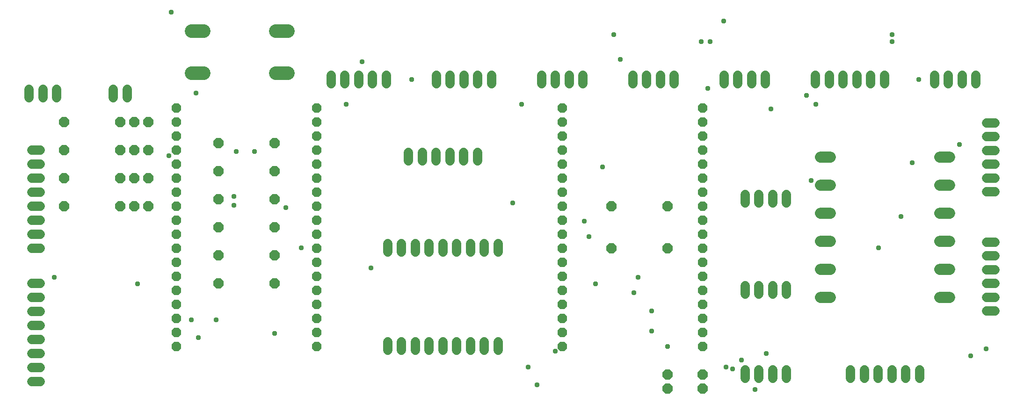
<source format=gbr>
G04 EAGLE Gerber RS-274X export*
G75*
%MOMM*%
%FSLAX34Y34*%
%LPD*%
%INSoldermask Bottom*%
%IPPOS*%
%AMOC8*
5,1,8,0,0,1.08239X$1,22.5*%
G01*
%ADD10C,2.451100*%
%ADD11C,1.727200*%
%ADD12P,1.852186X8X22.500000*%
%ADD13C,1.993900*%
%ADD14P,2.034460X8X22.500000*%
%ADD15P,2.034460X8X202.500000*%
%ADD16P,2.034460X8X112.500000*%
%ADD17C,0.959600*%


D10*
X531940Y673100D02*
X509461Y673100D01*
X379540Y673100D02*
X357061Y673100D01*
X509461Y596900D02*
X531940Y596900D01*
X379540Y596900D02*
X357061Y596900D01*
D11*
X83820Y304800D02*
X68580Y304800D01*
X68580Y330200D02*
X83820Y330200D01*
X83820Y355600D02*
X68580Y355600D01*
X68580Y381000D02*
X83820Y381000D01*
X83820Y406400D02*
X68580Y406400D01*
X68580Y431800D02*
X83820Y431800D01*
X83820Y457200D02*
X68580Y457200D01*
X68580Y279400D02*
X83820Y279400D01*
X83820Y63500D02*
X68580Y63500D01*
X68580Y88900D02*
X83820Y88900D01*
X83820Y114300D02*
X68580Y114300D01*
X68580Y139700D02*
X83820Y139700D01*
X83820Y165100D02*
X68580Y165100D01*
X68580Y190500D02*
X83820Y190500D01*
X83820Y215900D02*
X68580Y215900D01*
X68580Y38100D02*
X83820Y38100D01*
X216100Y552180D02*
X216100Y567420D01*
X241100Y567420D02*
X241100Y552180D01*
X737800Y110220D02*
X737800Y94980D01*
X762800Y94980D02*
X762800Y110220D01*
X862800Y110220D02*
X862800Y94980D01*
X787800Y94980D02*
X787800Y110220D01*
X812800Y110220D02*
X812800Y94980D01*
X837800Y94980D02*
X837800Y110220D01*
X887800Y110220D02*
X887800Y94980D01*
X912800Y94980D02*
X912800Y110220D01*
X712800Y110220D02*
X712800Y94980D01*
X737800Y272780D02*
X737800Y288020D01*
X762800Y288020D02*
X762800Y272780D01*
X862800Y272780D02*
X862800Y288020D01*
X787800Y288020D02*
X787800Y272780D01*
X812800Y272780D02*
X812800Y288020D01*
X837800Y288020D02*
X837800Y272780D01*
X887800Y272780D02*
X887800Y288020D01*
X912800Y288020D02*
X912800Y272780D01*
X712800Y272780D02*
X712800Y288020D01*
X63900Y552180D02*
X63900Y567420D01*
X88900Y567420D02*
X88900Y552180D01*
X113900Y552180D02*
X113900Y567420D01*
D12*
X330200Y533400D03*
X330200Y508000D03*
X330200Y482600D03*
X330200Y457200D03*
X330200Y431800D03*
X330200Y406400D03*
X330200Y381000D03*
X330200Y355600D03*
X330200Y330200D03*
X330200Y304800D03*
X330200Y279400D03*
X330200Y254000D03*
X330200Y228600D03*
X330200Y203200D03*
X330200Y177800D03*
X330200Y152400D03*
X330200Y127000D03*
X330200Y101600D03*
X584200Y101600D03*
X584200Y127000D03*
X584200Y152400D03*
X584200Y177800D03*
X584200Y203200D03*
X584200Y228600D03*
X584200Y254000D03*
X584200Y279400D03*
X584200Y304800D03*
X584200Y330200D03*
X584200Y355600D03*
X584200Y381000D03*
X584200Y406400D03*
X584200Y431800D03*
X584200Y457200D03*
X584200Y482600D03*
X584200Y508000D03*
X584200Y533400D03*
X1028700Y533400D03*
X1028700Y508000D03*
X1028700Y482600D03*
X1028700Y457200D03*
X1028700Y431800D03*
X1028700Y406400D03*
X1028700Y381000D03*
X1028700Y355600D03*
X1028700Y330200D03*
X1028700Y304800D03*
X1028700Y279400D03*
X1028700Y254000D03*
X1028700Y228600D03*
X1028700Y203200D03*
X1028700Y177800D03*
X1028700Y152400D03*
X1028700Y127000D03*
X1028700Y101600D03*
X1282700Y101600D03*
X1282700Y127000D03*
X1282700Y152400D03*
X1282700Y177800D03*
X1282700Y203200D03*
X1282700Y228600D03*
X1282700Y254000D03*
X1282700Y279400D03*
X1282700Y304800D03*
X1282700Y330200D03*
X1282700Y355600D03*
X1282700Y381000D03*
X1282700Y406400D03*
X1282700Y431800D03*
X1282700Y457200D03*
X1282700Y482600D03*
X1282700Y508000D03*
X1282700Y533400D03*
D13*
X1711897Y190500D02*
X1729804Y190500D01*
X1729804Y241300D02*
X1711897Y241300D01*
X1711897Y292100D02*
X1729804Y292100D01*
X1729804Y342900D02*
X1711897Y342900D01*
X1711897Y393700D02*
X1729804Y393700D01*
X1729804Y444500D02*
X1711897Y444500D01*
X1513904Y444500D02*
X1495997Y444500D01*
X1495997Y393700D02*
X1513904Y393700D01*
X1513904Y342900D02*
X1495997Y342900D01*
X1495997Y292100D02*
X1513904Y292100D01*
X1513904Y241300D02*
X1495997Y241300D01*
X1495997Y190500D02*
X1513904Y190500D01*
D11*
X825300Y437880D02*
X825300Y453120D01*
X750300Y453120D02*
X750300Y437880D01*
X775300Y437880D02*
X775300Y453120D01*
X800300Y453120D02*
X800300Y437880D01*
X850300Y437880D02*
X850300Y453120D01*
X875300Y453120D02*
X875300Y437880D01*
D14*
X406400Y469900D03*
X508000Y469900D03*
D15*
X508000Y419100D03*
X406400Y419100D03*
D14*
X406400Y368300D03*
X508000Y368300D03*
X406400Y317500D03*
X508000Y317500D03*
D15*
X508000Y266700D03*
X406400Y266700D03*
D14*
X406400Y215900D03*
X508000Y215900D03*
D11*
X660400Y577580D02*
X660400Y592820D01*
X610400Y592820D02*
X610400Y577580D01*
X635400Y577580D02*
X635400Y592820D01*
X685400Y592820D02*
X685400Y577580D01*
X710400Y577580D02*
X710400Y592820D01*
X850900Y592820D02*
X850900Y577580D01*
X800900Y577580D02*
X800900Y592820D01*
X825900Y592820D02*
X825900Y577580D01*
X875900Y577580D02*
X875900Y592820D01*
X900900Y592820D02*
X900900Y577580D01*
X1181300Y577580D02*
X1181300Y592820D01*
X1156300Y592820D02*
X1156300Y577580D01*
X1206300Y577580D02*
X1206300Y592820D01*
X1231300Y592820D02*
X1231300Y577580D01*
X1346400Y577580D02*
X1346400Y592820D01*
X1321400Y592820D02*
X1321400Y577580D01*
X1371400Y577580D02*
X1371400Y592820D01*
X1396400Y592820D02*
X1396400Y577580D01*
X1016200Y577580D02*
X1016200Y592820D01*
X991200Y592820D02*
X991200Y577580D01*
X1041200Y577580D02*
X1041200Y592820D01*
X1066200Y592820D02*
X1066200Y577580D01*
X1561900Y577580D02*
X1561900Y592820D01*
X1486900Y592820D02*
X1486900Y577580D01*
X1511900Y577580D02*
X1511900Y592820D01*
X1536900Y592820D02*
X1536900Y577580D01*
X1586900Y577580D02*
X1586900Y592820D01*
X1611900Y592820D02*
X1611900Y577580D01*
X1727400Y577580D02*
X1727400Y592820D01*
X1702400Y592820D02*
X1702400Y577580D01*
X1752400Y577580D02*
X1752400Y592820D01*
X1777400Y592820D02*
X1777400Y577580D01*
X1625400Y59420D02*
X1625400Y44180D01*
X1550400Y44180D02*
X1550400Y59420D01*
X1575400Y59420D02*
X1575400Y44180D01*
X1600400Y44180D02*
X1600400Y59420D01*
X1650400Y59420D02*
X1650400Y44180D01*
X1675400Y44180D02*
X1675400Y59420D01*
X1384500Y59420D02*
X1384500Y44180D01*
X1359500Y44180D02*
X1359500Y59420D01*
X1409500Y59420D02*
X1409500Y44180D01*
X1434500Y44180D02*
X1434500Y59420D01*
X1384500Y196580D02*
X1384500Y211820D01*
X1359500Y211820D02*
X1359500Y196580D01*
X1409500Y196580D02*
X1409500Y211820D01*
X1434500Y211820D02*
X1434500Y196580D01*
X1796780Y432000D02*
X1812020Y432000D01*
X1812020Y507000D02*
X1796780Y507000D01*
X1796780Y482000D02*
X1812020Y482000D01*
X1812020Y457000D02*
X1796780Y457000D01*
X1796780Y407000D02*
X1812020Y407000D01*
X1812020Y382000D02*
X1796780Y382000D01*
X1796780Y216100D02*
X1812020Y216100D01*
X1812020Y291100D02*
X1796780Y291100D01*
X1796780Y266100D02*
X1812020Y266100D01*
X1812020Y241100D02*
X1796780Y241100D01*
X1796780Y191100D02*
X1812020Y191100D01*
X1812020Y166100D02*
X1796780Y166100D01*
D15*
X279400Y508000D03*
X254000Y508000D03*
X279400Y457200D03*
X254000Y457200D03*
D14*
X127000Y508000D03*
X228600Y508000D03*
X127000Y457200D03*
X228600Y457200D03*
D15*
X279400Y406400D03*
X254000Y406400D03*
X279400Y355600D03*
X254000Y355600D03*
X228600Y406400D03*
X127000Y406400D03*
D14*
X127000Y355600D03*
X228600Y355600D03*
D11*
X1384500Y361680D02*
X1384500Y376920D01*
X1359500Y376920D02*
X1359500Y361680D01*
X1409500Y361680D02*
X1409500Y376920D01*
X1434500Y376920D02*
X1434500Y361680D01*
D16*
X1282700Y25400D03*
X1282700Y50800D03*
X1219200Y25400D03*
X1219200Y50800D03*
D14*
X1117600Y355600D03*
X1219200Y355600D03*
X1117600Y279400D03*
X1219200Y279400D03*
D17*
X755904Y585216D03*
X1121664Y666496D03*
X938784Y361696D03*
X1133856Y621792D03*
X1471168Y556768D03*
X1487424Y540512D03*
X983488Y32512D03*
X1324864Y65024D03*
X1398016Y89408D03*
X508000Y125984D03*
X967232Y65024D03*
X1377696Y24384D03*
X321056Y707136D03*
X1320800Y690880D03*
X1406144Y532384D03*
X682752Y243840D03*
X109728Y227584D03*
X434848Y357632D03*
X471424Y455168D03*
X666496Y617728D03*
X1016000Y93472D03*
X357632Y150368D03*
X434848Y373888D03*
X638048Y540512D03*
X438912Y455168D03*
X365760Y560832D03*
X1292352Y568960D03*
X1089152Y215392D03*
X1747520Y467360D03*
X1101344Y426720D03*
X1068832Y329184D03*
X1076960Y300736D03*
X955040Y540512D03*
X1796288Y97536D03*
X1674368Y585216D03*
X1767840Y85344D03*
X1662176Y434848D03*
X1601216Y280416D03*
X1280160Y654304D03*
X1625600Y666496D03*
X1158240Y199136D03*
X1190752Y166624D03*
X1353312Y77216D03*
X1337056Y60960D03*
X1296416Y654304D03*
X1625600Y654304D03*
X1166368Y227584D03*
X1479296Y402336D03*
X1641856Y337312D03*
X528320Y353568D03*
X316992Y447040D03*
X556768Y280416D03*
X402336Y150368D03*
X369824Y117856D03*
X260096Y215392D03*
X1190752Y130048D03*
X1219200Y101600D03*
M02*

</source>
